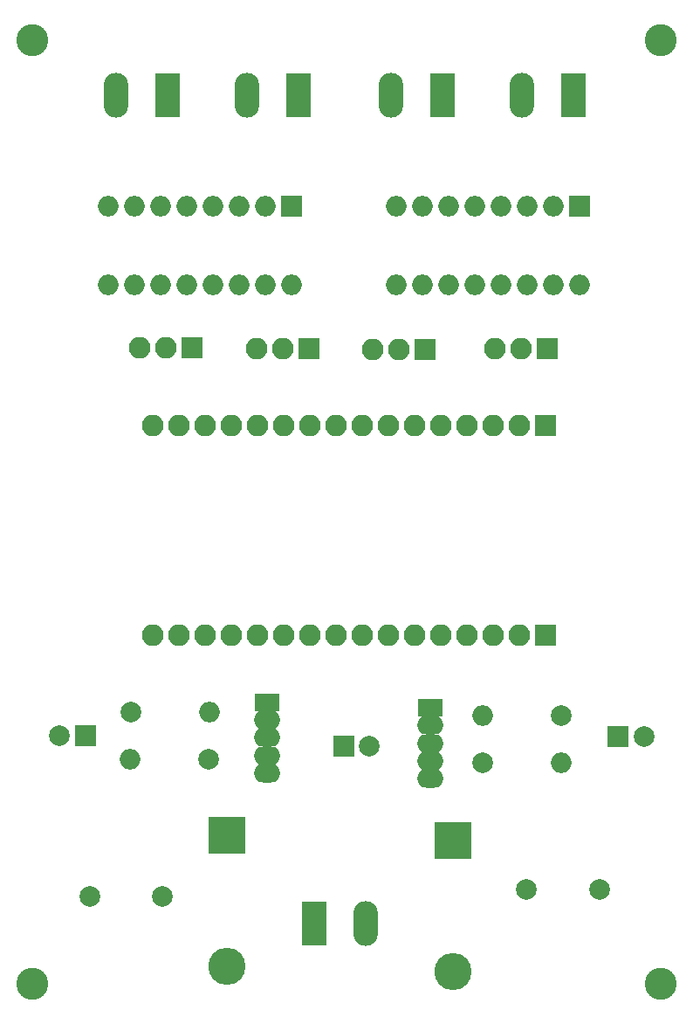
<source format=gts>
G04 #@! TF.FileFunction,Soldermask,Top*
%FSLAX46Y46*%
G04 Gerber Fmt 4.6, Leading zero omitted, Abs format (unit mm)*
G04 Created by KiCad (PCBNEW 4.0.7) date 04/10/18 21:55:25*
%MOMM*%
%LPD*%
G01*
G04 APERTURE LIST*
%ADD10C,0.100000*%
%ADD11C,3.100000*%
%ADD12O,2.600000X1.800000*%
%ADD13R,2.400000X1.800000*%
%ADD14C,2.000000*%
%ADD15R,2.000000X2.000000*%
%ADD16R,2.380000X4.360000*%
%ADD17O,2.380000X4.360000*%
%ADD18R,2.100000X2.100000*%
%ADD19O,2.100000X2.100000*%
%ADD20O,2.000000X2.000000*%
%ADD21R,3.600000X3.600000*%
%ADD22O,3.600000X3.600000*%
G04 APERTURE END LIST*
D10*
D11*
X104013000Y-131191000D03*
X164973000Y-131191000D03*
X164973000Y-39751000D03*
D12*
X142621000Y-111296500D03*
X142621000Y-109591500D03*
X142621000Y-106181500D03*
D13*
X142621000Y-104476500D03*
D12*
X142621000Y-107886500D03*
D14*
X116649500Y-122745500D03*
X109549500Y-122745500D03*
D11*
X104013000Y-39751000D03*
D15*
X134200900Y-108178600D03*
D14*
X136700900Y-108178600D03*
D15*
X109156500Y-107124500D03*
D14*
X106656500Y-107124500D03*
D15*
X160845500Y-107251500D03*
D14*
X163345500Y-107251500D03*
D12*
X126733300Y-110775800D03*
X126733300Y-109070800D03*
X126733300Y-105660800D03*
D13*
X126733300Y-103955800D03*
D12*
X126733300Y-107365800D03*
D16*
X129794000Y-45085000D03*
D17*
X124794000Y-45085000D03*
D16*
X117094000Y-45085000D03*
D17*
X112094000Y-45085000D03*
D16*
X156464000Y-45085000D03*
D17*
X151464000Y-45085000D03*
D16*
X143764000Y-45085000D03*
D17*
X138764000Y-45085000D03*
D16*
X131318000Y-125349000D03*
D17*
X136318000Y-125349000D03*
D18*
X153797000Y-97434400D03*
D19*
X151257000Y-97434400D03*
X148717000Y-97434400D03*
X146177000Y-97434400D03*
X143637000Y-97434400D03*
X141097000Y-97434400D03*
X138557000Y-97434400D03*
X136017000Y-97434400D03*
X133477000Y-97434400D03*
X130937000Y-97434400D03*
X128397000Y-97434400D03*
X125857000Y-97434400D03*
X123317000Y-97434400D03*
X120777000Y-97434400D03*
X118237000Y-97434400D03*
X115697000Y-97434400D03*
D18*
X153797000Y-77114400D03*
D19*
X151257000Y-77114400D03*
X148717000Y-77114400D03*
X146177000Y-77114400D03*
X143637000Y-77114400D03*
X141097000Y-77114400D03*
X138557000Y-77114400D03*
X136017000Y-77114400D03*
X133477000Y-77114400D03*
X130937000Y-77114400D03*
X128397000Y-77114400D03*
X125857000Y-77114400D03*
X123317000Y-77114400D03*
X120777000Y-77114400D03*
X118237000Y-77114400D03*
X115697000Y-77114400D03*
D14*
X113525300Y-104914700D03*
D20*
X121145300Y-104914700D03*
D14*
X121094500Y-109410500D03*
D20*
X113474500Y-109410500D03*
D15*
X157099000Y-55880000D03*
D20*
X139319000Y-63500000D03*
X154559000Y-55880000D03*
X141859000Y-63500000D03*
X152019000Y-55880000D03*
X144399000Y-63500000D03*
X149479000Y-55880000D03*
X146939000Y-63500000D03*
X146939000Y-55880000D03*
X149479000Y-63500000D03*
X144399000Y-55880000D03*
X152019000Y-63500000D03*
X141859000Y-55880000D03*
X154559000Y-63500000D03*
X139319000Y-55880000D03*
X157099000Y-63500000D03*
D15*
X129159000Y-55880000D03*
D20*
X111379000Y-63500000D03*
X126619000Y-55880000D03*
X113919000Y-63500000D03*
X124079000Y-55880000D03*
X116459000Y-63500000D03*
X121539000Y-55880000D03*
X118999000Y-63500000D03*
X118999000Y-55880000D03*
X121539000Y-63500000D03*
X116459000Y-55880000D03*
X124079000Y-63500000D03*
X113919000Y-55880000D03*
X126619000Y-63500000D03*
X111379000Y-55880000D03*
X129159000Y-63500000D03*
D21*
X144780000Y-117348000D03*
D22*
X144780000Y-130048000D03*
D21*
X122872500Y-116776500D03*
D22*
X122872500Y-129476500D03*
D18*
X119481600Y-69596000D03*
D19*
X116941600Y-69596000D03*
X114401600Y-69596000D03*
D18*
X130810000Y-69697600D03*
D19*
X128270000Y-69697600D03*
X125730000Y-69697600D03*
D18*
X142087600Y-69723000D03*
D19*
X139547600Y-69723000D03*
X137007600Y-69723000D03*
D18*
X153924000Y-69697600D03*
D19*
X151384000Y-69697600D03*
X148844000Y-69697600D03*
D14*
X151955500Y-122047000D03*
X159055500Y-122047000D03*
X155321000Y-105219500D03*
D20*
X147701000Y-105219500D03*
D14*
X147669250Y-109770001D03*
D20*
X155289250Y-109770001D03*
M02*

</source>
